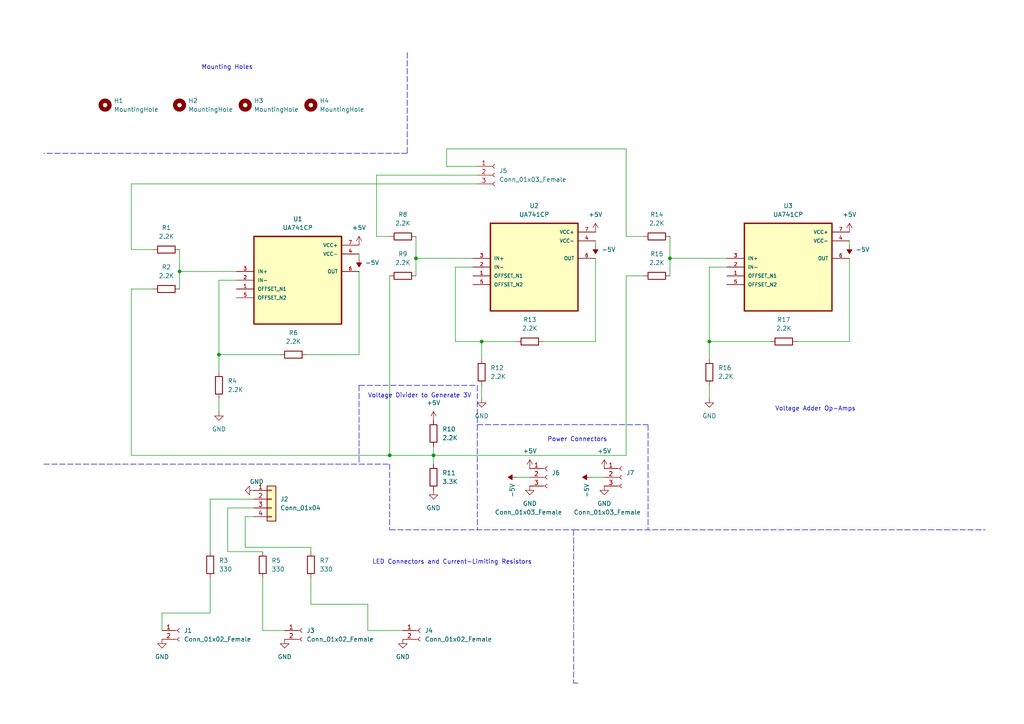
<source format=kicad_sch>
(kicad_sch (version 20211123) (generator eeschema)
  (paper "A4")
  (lib_symbols
    (symbol "Connector:Conn_01x02_Female" (pin_names (offset 1.016) hide)
      (property "Reference" "J" (at 0 2.54 0))
      (property "Value" "Conn_01x02_Female" (at 0 -5.08 0))
      (symbol "Conn_01x02_Female_1_1"
        (arc (start 0 -2.032) (mid -0.508 -2.54) (end 0 -3.048) (stroke (width 0.1524)))
        (polyline (pts (xy -1.27 -2.54) (xy -0.508 -2.54)) (stroke (width 0.1524)))
        (polyline (pts (xy -1.27 0) (xy -0.508 0)) (stroke (width 0.1524)))
        (arc (start 0 0.508) (mid -0.508 0) (end 0 -0.508) (stroke (width 0.1524)))
        (pin passive line (at -5.08 0 0) (length 3.81) (name "Pin_1") (number "1"))
        (pin passive line (at -5.08 -2.54 0) (length 3.81) (name "Pin_2") (number "2"))
      )
    )
    (symbol "Connector:Conn_01x03_Female" (pin_names (offset 1.016) hide)
      (property "Reference" "J" (at 0 5.08 0))
      (property "Value" "Conn_01x03_Female" (at 0 -5.08 0))
      (symbol "Conn_01x03_Female_1_1"
        (arc (start 0 -2.032) (mid -0.508 -2.54) (end 0 -3.048) (stroke (width 0.1524)))
        (polyline (pts (xy -1.27 -2.54) (xy -0.508 -2.54)) (stroke (width 0.1524)))
        (polyline (pts (xy -1.27 0) (xy -0.508 0)) (stroke (width 0.1524)))
        (polyline (pts (xy -1.27 2.54) (xy -0.508 2.54)) (stroke (width 0.1524)))
        (arc (start 0 0.508) (mid -0.508 0) (end 0 -0.508) (stroke (width 0.1524)))
        (arc (start 0 3.048) (mid -0.508 2.54) (end 0 2.032) (stroke (width 0.1524)))
        (pin passive line (at -5.08 2.54 0) (length 3.81) (name "Pin_1") (number "1"))
        (pin passive line (at -5.08 0 0) (length 3.81) (name "Pin_2") (number "2"))
        (pin passive line (at -5.08 -2.54 0) (length 3.81) (name "Pin_3") (number "3"))
      )
    )
    (symbol "Connector_Generic:Conn_01x04" (pin_names (offset 1.016) hide)
      (property "Reference" "J" (at 0 5.08 0))
      (property "Value" "Conn_01x04" (at 0 -7.62 0))
      (symbol "Conn_01x04_1_1"
        (rectangle (start -1.27 -4.953) (end 0 -5.207) (stroke (width 0.1524)))
        (rectangle (start -1.27 -2.413) (end 0 -2.667) (stroke (width 0.1524)))
        (rectangle (start -1.27 0.127) (end 0 -0.127) (stroke (width 0.1524)))
        (rectangle (start -1.27 2.667) (end 0 2.413) (stroke (width 0.1524)))
        (rectangle (start -1.27 3.81) (end 1.27 -6.35) (stroke (width 0.254)) (fill (type background)))
        (pin passive line (at -5.08 2.54 0) (length 3.81) (name "Pin_1") (number "1"))
        (pin passive line (at -5.08 0 0) (length 3.81) (name "Pin_2") (number "2"))
        (pin passive line (at -5.08 -2.54 0) (length 3.81) (name "Pin_3") (number "3"))
        (pin passive line (at -5.08 -5.08 0) (length 3.81) (name "Pin_4") (number "4"))
      )
    )
    (symbol "Device:R" (pin_numbers hide) (pin_names (offset 0))
      (property "Reference" "R" (at 2.032 0 90))
      (property "Value" "R" (at 0 0 90))
      (symbol "R_0_1"
        (rectangle (start -1.016 -2.54) (end 1.016 2.54) (stroke (width 0.254)))
      )
      (symbol "R_1_1"
        (pin passive line (at 0 3.81 270) (length 1.27) (name "~") (number "1"))
        (pin passive line (at 0 -3.81 90) (length 1.27) (name "~") (number "2"))
      )
    )
    (symbol "Mechanical:MountingHole" (pin_names (offset 1.016))
      (property "Reference" "H" (at 0 5.08 0))
      (property "Value" "MountingHole" (at 0 3.175 0))
      (symbol "MountingHole_0_1"
        (circle (center 0 0) (radius 1.27) (stroke (width 1.27)))
      )
    )
    (symbol "power:+5V" (power) (pin_names (offset 0))
      (property "Value" "+5V" (at 0 3.556 0))
      (symbol "+5V_0_1"
        (polyline (pts (xy -0.762 1.27) (xy 0 2.54)))
        (polyline (pts (xy 0 0) (xy 0 2.54)))
        (polyline (pts (xy 0 2.54) (xy 0.762 1.27)))
      )
      (symbol "+5V_1_1"
        (pin power_in line (at 0 0 90) (length 0) hide (name "+5V") (number "1"))
      )
    )
    (symbol "power:-5V" (power) (pin_names (offset 0))
      (property "Value" "-5V" (at 0 3.81 0))
      (symbol "-5V_0_0"
        (pin power_in line (at 0 0 90) (length 0) hide (name "-5V") (number "1"))
      )
      (symbol "-5V_0_1"
        (polyline (pts (xy 0 0) (xy 0 1.27) (xy 0.762 1.27) (xy 0 2.54) (xy -0.762 1.27) (xy 0 1.27)) (fill (type outline)))
      )
    )
    (symbol "power:GND" (power) (pin_names (offset 0))
      (property "Value" "GND" (at 0 -3.81 0))
      (symbol "GND_0_1"
        (polyline (pts (xy 0 0) (xy 0 -1.27) (xy 1.27 -1.27) (xy 0 -2.54) (xy -1.27 -1.27) (xy 0 -1.27)))
      )
      (symbol "GND_1_1"
        (pin power_in line (at 0 0 270) (length 0) hide (name "GND") (number "1"))
      )
    )
    (symbol "uA741:UA741CP" (pin_names (offset 1.016))
      (property "Reference" "U" (at -12.7 13.6906 0))
      (property "Value" "UA741CP" (at -12.7 -16.6878 0))
      (symbol "UA741CP_0_0"
        (rectangle (start -12.7 -12.7) (end 12.7 12.7) (stroke (width 0.4064)) (fill (type background)))
        (pin input line (at -17.78 -2.54 0) (length 5.08) (name "OFFSET_N1") (number "1"))
        (pin input line (at -17.78 0 0) (length 5.08) (name "IN-") (number "2"))
        (pin input line (at -17.78 2.54 0) (length 5.08) (name "IN+") (number "3"))
        (pin power_in line (at 17.78 7.62 180) (length 5.08) (name "VCC-") (number "4"))
        (pin input line (at -17.78 -5.08 0) (length 5.08) (name "OFFSET_N2") (number "5"))
        (pin output line (at 17.78 2.54 180) (length 5.08) (name "OUT") (number "6"))
        (pin power_in line (at 17.78 10.16 180) (length 5.08) (name "VCC+") (number "7"))
      )
    )
  )
  (junction (at 113.03 132.08))
  (junction (at 139.7 99.06))
  (junction (at 52.07 78.74))
  (junction (at 205.74 99.06))
  (junction (at 125.73 132.08))
  (junction (at 194.31 74.93))
  (junction (at 63.5 102.87))
  (junction (at 120.65 74.93))
  (wire (pts (xy 125.73 129.54) (xy 125.73 132.08)))
  (wire (pts (xy 194.31 68.58) (xy 194.31 74.93)))
  (polyline (pts (xy 138.43 123.19) (xy 187.96 123.19)))
  (wire (pts (xy 125.73 132.08) (xy 125.73 134.62)))
  (wire (pts (xy 194.31 74.93) (xy 210.82 74.93)))
  (wire (pts (xy 246.38 99.06) (xy 231.14 99.06)))
  (wire (pts (xy 139.7 111.76) (xy 139.7 115.57)))
  (wire (pts (xy 246.38 71.12) (xy 246.38 69.85)))
  (wire (pts (xy 181.61 68.58) (xy 186.69 68.58)))
  (polyline (pts (xy 166.37 153.67) (xy 166.37 198.12)))
  (wire (pts (xy 52.07 78.74) (xy 68.58 78.74)))
  (wire (pts (xy 76.2 182.88) (xy 82.55 182.88)))
  (wire (pts (xy 120.65 74.93) (xy 120.65 80.01)))
  (wire (pts (xy 132.08 99.06) (xy 132.08 77.47)))
  (wire (pts (xy 63.5 102.87) (xy 63.5 107.95)))
  (wire (pts (xy 171.45 138.43) (xy 175.26 138.43)))
  (polyline (pts (xy 166.37 153.67) (xy 285.75 153.67)))
  (wire (pts (xy 66.04 147.32) (xy 66.04 160.02)))
  (wire (pts (xy 63.5 81.28) (xy 68.58 81.28)))
  (wire (pts (xy 120.65 68.58) (xy 120.65 74.93)))
  (wire (pts (xy 246.38 74.93) (xy 246.38 99.06)))
  (wire (pts (xy 73.66 144.78) (xy 60.96 144.78)))
  (wire (pts (xy 106.68 182.88) (xy 116.84 182.88)))
  (polyline (pts (xy 118.11 44.45) (xy 12.7 44.45)))
  (wire (pts (xy 125.73 132.08) (xy 113.03 132.08)))
  (polyline (pts (xy 118.11 15.24) (xy 118.11 44.45)))
  (wire (pts (xy 205.74 99.06) (xy 205.74 77.47)))
  (polyline (pts (xy 187.96 123.19) (xy 187.96 153.67)))
  (wire (pts (xy 172.72 99.06) (xy 157.48 99.06)))
  (wire (pts (xy 71.12 158.75) (xy 90.17 158.75)))
  (wire (pts (xy 205.74 77.47) (xy 210.82 77.47)))
  (wire (pts (xy 113.03 132.08) (xy 38.1 132.08)))
  (wire (pts (xy 63.5 115.57) (xy 63.5 119.38)))
  (wire (pts (xy 138.43 48.26) (xy 129.54 48.26)))
  (wire (pts (xy 109.22 68.58) (xy 113.03 68.58)))
  (wire (pts (xy 104.14 102.87) (xy 88.9 102.87)))
  (wire (pts (xy 139.7 99.06) (xy 132.08 99.06)))
  (wire (pts (xy 60.96 167.64) (xy 60.96 177.8)))
  (polyline (pts (xy 113.03 134.62) (xy 113.03 153.67)))
  (wire (pts (xy 90.17 175.26) (xy 106.68 175.26)))
  (wire (pts (xy 223.52 99.06) (xy 205.74 99.06)))
  (wire (pts (xy 90.17 167.64) (xy 90.17 175.26)))
  (wire (pts (xy 205.74 111.76) (xy 205.74 115.57)))
  (wire (pts (xy 46.99 177.8) (xy 46.99 182.88)))
  (polyline (pts (xy 138.43 111.76) (xy 138.43 153.67)))
  (wire (pts (xy 109.22 50.8) (xy 109.22 68.58)))
  (wire (pts (xy 138.43 53.34) (xy 38.1 53.34)))
  (wire (pts (xy 38.1 72.39) (xy 44.45 72.39)))
  (wire (pts (xy 181.61 43.18) (xy 181.61 68.58)))
  (wire (pts (xy 113.03 80.01) (xy 113.03 132.08)))
  (wire (pts (xy 38.1 132.08) (xy 38.1 83.82)))
  (wire (pts (xy 63.5 102.87) (xy 63.5 81.28)))
  (wire (pts (xy 149.86 99.06) (xy 139.7 99.06)))
  (wire (pts (xy 172.72 74.93) (xy 172.72 99.06)))
  (wire (pts (xy 120.65 74.93) (xy 137.16 74.93)))
  (wire (pts (xy 60.96 177.8) (xy 46.99 177.8)))
  (wire (pts (xy 90.17 158.75) (xy 90.17 160.02)))
  (wire (pts (xy 129.54 43.18) (xy 181.61 43.18)))
  (wire (pts (xy 52.07 72.39) (xy 52.07 78.74)))
  (polyline (pts (xy 166.37 198.12) (xy 167.64 198.12)))
  (wire (pts (xy 60.96 144.78) (xy 60.96 160.02)))
  (wire (pts (xy 181.61 80.01) (xy 186.69 80.01)))
  (wire (pts (xy 71.12 149.86) (xy 71.12 158.75)))
  (polyline (pts (xy 104.14 111.76) (xy 138.43 111.76)))
  (wire (pts (xy 38.1 53.34) (xy 38.1 72.39)))
  (wire (pts (xy 104.14 78.74) (xy 104.14 102.87)))
  (polyline (pts (xy 104.14 111.76) (xy 104.14 134.62)))
  (wire (pts (xy 172.72 71.12) (xy 172.72 69.85)))
  (wire (pts (xy 76.2 167.64) (xy 76.2 182.88)))
  (wire (pts (xy 125.73 132.08) (xy 181.61 132.08)))
  (wire (pts (xy 149.86 138.43) (xy 153.67 138.43)))
  (wire (pts (xy 73.66 149.86) (xy 71.12 149.86)))
  (wire (pts (xy 194.31 74.93) (xy 194.31 80.01)))
  (wire (pts (xy 129.54 48.26) (xy 129.54 43.18)))
  (wire (pts (xy 138.43 50.8) (xy 109.22 50.8)))
  (wire (pts (xy 66.04 160.02) (xy 76.2 160.02)))
  (wire (pts (xy 104.14 74.93) (xy 104.14 73.66)))
  (wire (pts (xy 81.28 102.87) (xy 63.5 102.87)))
  (polyline (pts (xy 12.7 134.62) (xy 113.03 134.62)))
  (polyline (pts (xy 113.03 153.67) (xy 166.37 153.67)))
  (wire (pts (xy 73.66 147.32) (xy 66.04 147.32)))
  (wire (pts (xy 106.68 175.26) (xy 106.68 182.88)))
  (wire (pts (xy 52.07 78.74) (xy 52.07 83.82)))
  (wire (pts (xy 181.61 132.08) (xy 181.61 80.01)))
  (wire (pts (xy 139.7 99.06) (xy 139.7 104.14)))
  (wire (pts (xy 205.74 99.06) (xy 205.74 104.14)))
  (wire (pts (xy 132.08 77.47) (xy 137.16 77.47)))
  (wire (pts (xy 38.1 83.82) (xy 44.45 83.82)))
  (text "Voltage Adder Op-Amps" (at 224.79 119.38 0) (effects (font (size 1.27 1.27)) (justify left bottom)))
  (text "Power Connectors\n" (at 158.75 128.27 0) (effects (font (size 1.27 1.27)) (justify left bottom)))
  (text "Mounting Holes\n" (at 58.42 20.32 0) (effects (font (size 1.27 1.27)) (justify left bottom)))
  (text "Voltage Divider to Generate 3V" (at 106.68 115.57 0) (effects (font (size 1.27 1.27)) (justify left bottom)))
  (text "LED Connectors and Current-Limiting Resistors\n" (at 107.95 163.83 0) (effects (font (size 1.27 1.27)) (justify left bottom)))
  (symbol (lib_id "Device:R") (at 227.33 99.06 90) (unit 1)
    (property "Reference" "R17" (at 227.33 92.71 90))
    (property "Value" "2.2K" (at 227.33 95.25 90))
    (property "Footprint" "Resistor_THT:R_Axial_DIN0614_L14.3mm_D5.7mm_P15.24mm_Horizontal" (effects hide))
  )
  (symbol (lib_id "power:GND") (at 205.74 115.57 0) (unit 1)
    (property "Reference" "#PWR0104" (effects hide))
    (property "Value" "GND" (at 205.74 120.65 0))
  )
  (symbol (lib_id "Device:R") (at 63.5 111.76 180) (unit 1)
    (property "Reference" "R4" (at 66.04 110.4899 0) (effects (justify right)))
    (property "Value" "2.2K" (at 66.04 113.0299 0) (effects (justify right)))
    (property "Footprint" "Resistor_THT:R_Axial_DIN0614_L14.3mm_D5.7mm_P15.24mm_Horizontal" (effects hide))
  )
  (symbol (lib_id "Connector:Conn_01x03_Female") (at 143.51 50.8 0) (unit 1)
    (property "Reference" "J5" (at 144.78 49.5299 0) (effects (justify left)))
    (property "Value" "Conn_01x03_Female" (at 144.78 52.0699 0) (effects (justify left)))
    (property "Footprint" "Connector_Molex:Molex_KK-254_AE-6410-03A_1x03_P2.54mm_Vertical" (effects hide))
  )
  (symbol (lib_id "Connector:Conn_01x03_Female") (at 180.34 138.43 0) (unit 1)
    (property "Reference" "J7" (at 181.61 137.1599 0) (effects (justify left)))
    (property "Value" "Conn_01x03_Female" (at 166.37 148.59 0) (effects (justify left)))
    (property "Footprint" "Connector_Molex:Molex_KK-254_AE-6410-03A_1x03_P2.54mm_Vertical" (effects hide))
  )
  (symbol (lib_id "Device:R") (at 116.84 80.01 90) (unit 1)
    (property "Reference" "R9" (at 116.84 73.66 90))
    (property "Value" "2.2K" (at 116.84 76.2 90))
    (property "Footprint" "Resistor_THT:R_Axial_DIN0614_L14.3mm_D5.7mm_P15.24mm_Horizontal" (effects hide))
  )
  (symbol (lib_id "power:-5V") (at 172.72 71.12 180) (unit 1)
    (property "Reference" "#PWR0103" (effects hide))
    (property "Value" "-5V" (at 176.53 72.39 0))
  )
  (symbol (lib_id "uA741:UA741CP") (at 154.94 77.47 0) (unit 1)
    (property "Reference" "U2" (at 154.94 59.69 0))
    (property "Value" "UA741CP" (at 154.94 62.23 0))
    (property "Footprint" "uA741:DIP794W45P254L959H508Q8" (effects hide))
  )
  (symbol (lib_id "power:GND") (at 46.99 185.42 0) (unit 1)
    (property "Reference" "#PWR0112" (effects hide))
    (property "Value" "GND" (at 46.99 190.5 0))
  )
  (symbol (lib_id "Connector:Conn_01x02_Female") (at 87.63 182.88 0) (unit 1)
    (property "Reference" "J3" (at 88.9 182.8799 0) (effects (justify left)))
    (property "Value" "Conn_01x02_Female" (at 88.9 185.4199 0) (effects (justify left)))
    (property "Footprint" "Connector_Molex:Molex_KK-254_AE-6410-02A_1x02_P2.54mm_Vertical" (effects hide))
  )
  (symbol (lib_id "Device:R") (at 190.5 80.01 90) (unit 1)
    (property "Reference" "R15" (at 190.5 73.66 90))
    (property "Value" "2.2K" (at 190.5 76.2 90))
    (property "Footprint" "Resistor_THT:R_Axial_DIN0614_L14.3mm_D5.7mm_P15.24mm_Horizontal" (effects hide))
  )
  (symbol (lib_id "Device:R") (at 125.73 125.73 180) (unit 1)
    (property "Reference" "R10" (at 128.27 124.4599 0) (effects (justify right)))
    (property "Value" "2.2K" (at 128.27 126.9999 0) (effects (justify right)))
    (property "Footprint" "Resistor_THT:R_Axial_DIN0614_L14.3mm_D5.7mm_P15.24mm_Horizontal" (effects hide))
  )
  (symbol (lib_id "Device:R") (at 85.09 102.87 90) (unit 1)
    (property "Reference" "R6" (at 85.09 96.52 90))
    (property "Value" "2.2K" (at 85.09 99.06 90))
    (property "Footprint" "Resistor_THT:R_Axial_DIN0614_L14.3mm_D5.7mm_P15.24mm_Horizontal" (effects hide))
  )
  (symbol (lib_id "power:+5V") (at 175.26 135.89 0) (unit 1)
    (property "Reference" "#PWR0121" (effects hide))
    (property "Value" "+5V" (at 175.26 130.81 0))
  )
  (symbol (lib_id "power:+5V") (at 153.67 135.89 0) (unit 1)
    (property "Reference" "#PWR0116" (effects hide))
    (property "Value" "+5V" (at 153.67 130.81 0))
  )
  (symbol (lib_id "Device:R") (at 125.73 138.43 180) (unit 1)
    (property "Reference" "R11" (at 128.27 137.1599 0) (effects (justify right)))
    (property "Value" "3.3K" (at 128.27 139.6999 0) (effects (justify right)))
    (property "Footprint" "Resistor_THT:R_Axial_DIN0614_L14.3mm_D5.7mm_P15.24mm_Horizontal" (effects hide))
  )
  (symbol (lib_id "power:-5V") (at 246.38 71.12 180) (unit 1)
    (property "Reference" "#PWR0101" (effects hide))
    (property "Value" "-5V" (at 250.19 72.39 0))
  )
  (symbol (lib_id "Device:R") (at 48.26 72.39 90) (unit 1)
    (property "Reference" "R1" (at 48.26 66.04 90))
    (property "Value" "2.2K" (at 48.26 68.58 90))
    (property "Footprint" "Resistor_THT:R_Axial_DIN0614_L14.3mm_D5.7mm_P15.24mm_Horizontal" (effects hide))
  )
  (symbol (lib_id "power:GND") (at 153.67 140.97 0) (unit 1)
    (property "Reference" "#PWR0117" (effects hide))
    (property "Value" "GND" (at 153.67 146.05 0))
  )
  (symbol (lib_id "uA741:UA741CP") (at 228.6 77.47 0) (unit 1)
    (property "Reference" "U3" (at 228.6 59.69 0))
    (property "Value" "UA741CP" (at 228.6 62.23 0))
    (property "Footprint" "uA741:DIP794W45P254L959H508Q8" (effects hide))
  )
  (symbol (lib_id "power:-5V") (at 104.14 74.93 180) (unit 1)
    (property "Reference" "#PWR0109" (effects hide))
    (property "Value" "-5V" (at 107.95 76.2 0))
  )
  (symbol (lib_id "Mechanical:MountingHole") (at 52.07 30.48 0) (unit 1)
    (property "Reference" "H2" (at 54.61 29.2099 0) (effects (justify left)))
    (property "Value" "MountingHole" (at 54.61 31.7499 0) (effects (justify left)))
    (property "Footprint" "MountingHole:MountingHole_3.2mm_M3" (effects hide))
  )
  (symbol (lib_id "power:GND") (at 116.84 185.42 0) (unit 1)
    (property "Reference" "#PWR0115" (effects hide))
    (property "Value" "GND" (at 116.84 190.5 0))
  )
  (symbol (lib_id "power:+5V") (at 246.38 67.31 0) (unit 1)
    (property "Reference" "#PWR0102" (effects hide))
    (property "Value" "+5V" (at 246.38 62.23 0))
  )
  (symbol (lib_id "Device:R") (at 139.7 107.95 180) (unit 1)
    (property "Reference" "R12" (at 142.24 106.6799 0) (effects (justify right)))
    (property "Value" "2.2K" (at 142.24 109.2199 0) (effects (justify right)))
    (property "Footprint" "Resistor_THT:R_Axial_DIN0614_L14.3mm_D5.7mm_P15.24mm_Horizontal" (effects hide))
  )
  (symbol (lib_id "power:-5V") (at 171.45 138.43 90) (unit 1)
    (property "Reference" "#PWR0119" (effects hide))
    (property "Value" "-5V" (at 170.18 142.24 0))
  )
  (symbol (lib_id "power:GND") (at 73.66 142.24 270) (unit 1)
    (property "Reference" "#PWR0111" (effects hide))
    (property "Value" "GND" (at 72.39 139.7 90) (effects (justify left)))
  )
  (symbol (lib_id "Mechanical:MountingHole") (at 90.17 30.48 0) (unit 1)
    (property "Reference" "H4" (at 92.71 29.2099 0) (effects (justify left)))
    (property "Value" "MountingHole" (at 92.71 31.7499 0) (effects (justify left)))
    (property "Footprint" "MountingHole:MountingHole_3.2mm_M3" (effects hide))
  )
  (symbol (lib_id "Mechanical:MountingHole") (at 71.12 30.48 0) (unit 1)
    (property "Reference" "H3" (at 73.66 29.2099 0) (effects (justify left)))
    (property "Value" "MountingHole" (at 73.66 31.7499 0) (effects (justify left)))
    (property "Footprint" "MountingHole:MountingHole_3.2mm_M3" (effects hide))
  )
  (symbol (lib_id "power:GND") (at 82.55 185.42 0) (unit 1)
    (property "Reference" "#PWR0113" (effects hide))
    (property "Value" "GND" (at 82.55 190.5 0))
  )
  (symbol (lib_id "power:+5V") (at 125.73 121.92 0) (unit 1)
    (property "Reference" "#PWR0108" (effects hide))
    (property "Value" "+5V" (at 125.73 116.84 0))
  )
  (symbol (lib_id "Device:R") (at 60.96 163.83 180) (unit 1)
    (property "Reference" "R3" (at 63.5 162.5599 0) (effects (justify right)))
    (property "Value" "330" (at 63.5 165.0999 0) (effects (justify right)))
    (property "Footprint" "Resistor_THT:R_Axial_DIN0614_L14.3mm_D5.7mm_P15.24mm_Horizontal" (effects hide))
  )
  (symbol (lib_id "power:-5V") (at 149.86 138.43 90) (unit 1)
    (property "Reference" "#PWR0118" (effects hide))
    (property "Value" "-5V" (at 148.59 142.24 0))
  )
  (symbol (lib_id "Device:R") (at 116.84 68.58 90) (unit 1)
    (property "Reference" "R8" (at 116.84 62.23 90))
    (property "Value" "2.2K" (at 116.84 64.77 90))
    (property "Footprint" "Resistor_THT:R_Axial_DIN0614_L14.3mm_D5.7mm_P15.24mm_Horizontal" (effects hide))
  )
  (symbol (lib_id "power:+5V") (at 104.14 71.12 0) (unit 1)
    (property "Reference" "#PWR0110" (effects hide))
    (property "Value" "+5V" (at 104.14 66.04 0))
  )
  (symbol (lib_id "Device:R") (at 48.26 83.82 90) (unit 1)
    (property "Reference" "R2" (at 48.26 77.47 90))
    (property "Value" "2.2K" (at 48.26 80.01 90))
    (property "Footprint" "Resistor_THT:R_Axial_DIN0614_L14.3mm_D5.7mm_P15.24mm_Horizontal" (effects hide))
  )
  (symbol (lib_id "Connector_Generic:Conn_01x04") (at 78.74 144.78 0) (unit 1)
    (property "Reference" "J2" (at 81.28 144.7799 0) (effects (justify left)))
    (property "Value" "Conn_01x04" (at 81.28 147.3199 0) (effects (justify left)))
    (property "Footprint" "Connector_Molex:Molex_KK-254_AE-6410-04A_1x04_P2.54mm_Vertical" (effects hide))
  )
  (symbol (lib_id "Connector:Conn_01x02_Female") (at 52.07 182.88 0) (unit 1)
    (property "Reference" "J1" (at 53.34 182.8799 0) (effects (justify left)))
    (property "Value" "Conn_01x02_Female" (at 53.34 185.4199 0) (effects (justify left)))
    (property "Footprint" "Connector_Molex:Molex_KK-254_AE-6410-02A_1x02_P2.54mm_Vertical" (effects hide))
  )
  (symbol (lib_id "uA741:UA741CP") (at 86.36 81.28 0) (unit 1)
    (property "Reference" "U1" (at 86.36 63.5 0))
    (property "Value" "UA741CP" (at 86.36 66.04 0))
    (property "Footprint" "uA741:DIP794W45P254L959H508Q8" (effects hide))
  )
  (symbol (lib_id "power:GND") (at 63.5 119.38 0) (unit 1)
    (property "Reference" "#PWR0107" (effects hide))
    (property "Value" "GND" (at 63.5 124.46 0))
  )
  (symbol (lib_id "Mechanical:MountingHole") (at 30.48 30.48 0) (unit 1)
    (property "Reference" "H1" (at 33.02 29.2099 0) (effects (justify left)))
    (property "Value" "MountingHole" (at 33.02 31.7499 0) (effects (justify left)))
    (property "Footprint" "MountingHole:MountingHole_3.2mm_M3" (effects hide))
  )
  (symbol (lib_id "power:+5V") (at 172.72 67.31 0) (unit 1)
    (property "Reference" "#PWR0106" (effects hide))
    (property "Value" "+5V" (at 172.72 62.23 0))
  )
  (symbol (lib_id "Connector:Conn_01x02_Female") (at 121.92 182.88 0) (unit 1)
    (property "Reference" "J4" (at 123.19 182.8799 0) (effects (justify left)))
    (property "Value" "Conn_01x02_Female" (at 123.19 185.4199 0) (effects (justify left)))
    (property "Footprint" "Connector_Molex:Molex_KK-254_AE-6410-02A_1x02_P2.54mm_Vertical" (effects hide))
  )
  (symbol (lib_id "Connector:Conn_01x03_Female") (at 158.75 138.43 0) (unit 1)
    (property "Reference" "J6" (at 160.02 137.1599 0) (effects (justify left)))
    (property "Value" "Conn_01x03_Female" (at 143.51 148.59 0) (effects (justify left)))
    (property "Footprint" "Connector_Molex:Molex_KK-254_AE-6410-03A_1x03_P2.54mm_Vertical" (effects hide))
  )
  (symbol (lib_id "Device:R") (at 90.17 163.83 180) (unit 1)
    (property "Reference" "R7" (at 92.71 162.5599 0) (effects (justify right)))
    (property "Value" "330" (at 92.71 165.0999 0) (effects (justify right)))
    (property "Footprint" "Resistor_THT:R_Axial_DIN0614_L14.3mm_D5.7mm_P15.24mm_Horizontal" (effects hide))
  )
  (symbol (lib_id "Device:R") (at 205.74 107.95 180) (unit 1)
    (property "Reference" "R16" (at 208.28 106.6799 0) (effects (justify right)))
    (property "Value" "2.2K" (at 208.28 109.2199 0) (effects (justify right)))
    (property "Footprint" "Resistor_THT:R_Axial_DIN0614_L14.3mm_D5.7mm_P15.24mm_Horizontal" (effects hide))
  )
  (symbol (lib_id "power:GND") (at 139.7 115.57 0) (unit 1)
    (property "Reference" "#PWR0105" (effects hide))
    (property "Value" "GND" (at 139.7 120.65 0))
  )
  (symbol (lib_id "Device:R") (at 153.67 99.06 90) (unit 1)
    (property "Reference" "R13" (at 153.67 92.71 90))
    (property "Value" "2.2K" (at 153.67 95.25 90))
    (property "Footprint" "Resistor_THT:R_Axial_DIN0614_L14.3mm_D5.7mm_P15.24mm_Horizontal" (effects hide))
  )
  (symbol (lib_id "power:GND") (at 125.73 142.24 0) (unit 1)
    (property "Reference" "#PWR0114" (effects hide))
    (property "Value" "GND" (at 125.73 147.32 0))
  )
  (symbol (lib_id "Device:R") (at 76.2 163.83 180) (unit 1)
    (property "Reference" "R5" (at 78.74 162.5599 0) (effects (justify right)))
    (property "Value" "330" (at 78.74 165.0999 0) (effects (justify right)))
    (property "Footprint" "Resistor_THT:R_Axial_DIN0614_L14.3mm_D5.7mm_P15.24mm_Horizontal" (effects hide))
  )
  (symbol (lib_id "power:GND") (at 175.26 140.97 0) (unit 1)
    (property "Reference" "#PWR0120" (effects hide))
    (property "Value" "GND" (at 175.26 146.05 0))
  )
  (symbol (lib_id "Device:R") (at 190.5 68.58 90) (unit 1)
    (property "Reference" "R14" (at 190.5 62.23 90))
    (property "Value" "2.2K" (at 190.5 64.77 90))
    (property "Footprint" "Resistor_THT:R_Axial_DIN0614_L14.3mm_D5.7mm_P15.24mm_Horizontal" (effects hide))
  )
)
</source>
